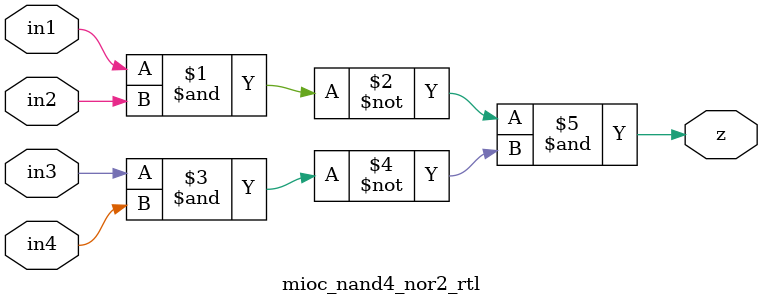
<source format=v>

module mioc_nand4_nor2_rtl(
    z,

    in1,            
    in2,            
    in3,            
    in4             
    );

   output z;

   input  in1;
   input  in2;
   input  in3;
   input  in4;

   assign z = ( ~(in1 & in2) ) & ( ~(in3 & in4) );

endmodule

</source>
